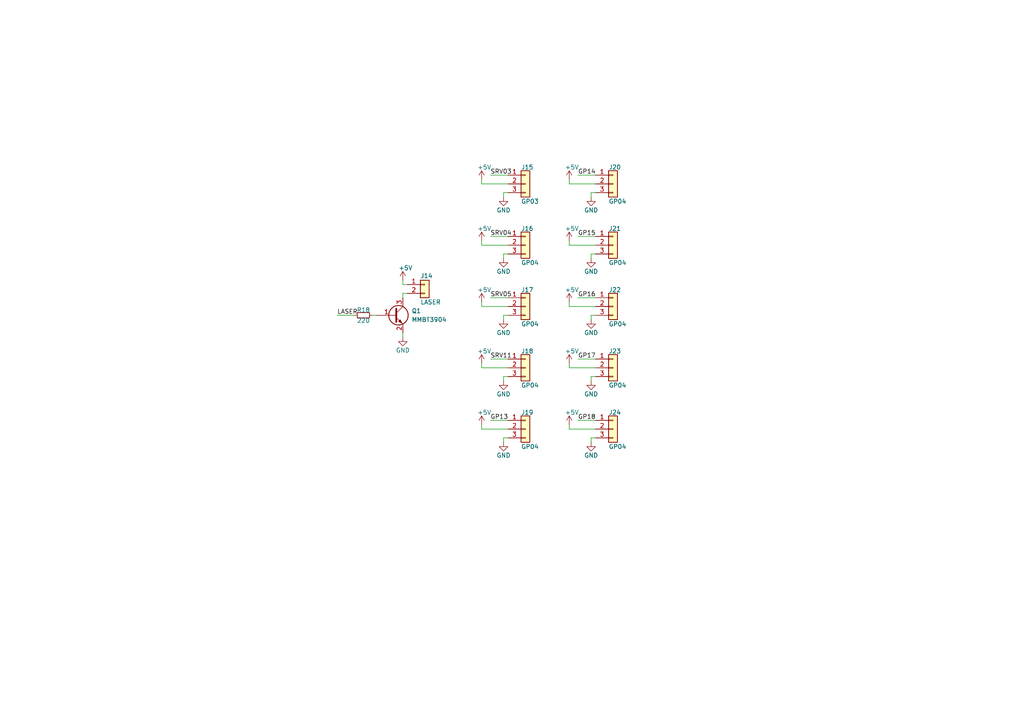
<source format=kicad_sch>
(kicad_sch (version 20231120) (generator "eeschema") (generator_version "8.0")
  (paper "A4")
  (title_block (title "Archi Bot") (date "2024-06-24") (rev "1.0"))
  (lib_symbols
    (symbol "Connector_Generic:Conn_01x02" (pin_names (offset 1.016) hide)
      (property "Reference" "J" (at 0 2.54 0))
      (property "Value" "Conn_01x02" (at 0 -5.08 0))
      (symbol "Conn_01x02_1_1"
        (rectangle (start -1.27 -2.413) (end 0 -2.667) (stroke (width 0.1524)))
        (rectangle (start -1.27 0.127) (end 0 -0.127) (stroke (width 0.1524)))
        (rectangle (start -1.27 1.27) (end 1.27 -3.81) (stroke (width 0.254)) (fill (type background)))
        (pin passive line (at -5.08 0 0) (length 3.81) (name "Pin_1") (number "1"))
        (pin passive line (at -5.08 -2.54 0) (length 3.81) (name "Pin_2") (number "2"))
      )
    )
    (symbol "Connector_Generic:Conn_01x03" (pin_names (offset 1.016) hide)
      (property "Reference" "J" (at 0 5.08 0))
      (property "Value" "Conn_01x03" (at 0 -5.08 0))
      (symbol "Conn_01x03_1_1"
        (rectangle (start -1.27 -2.413) (end 0 -2.667) (stroke (width 0.1524)))
        (rectangle (start -1.27 0.127) (end 0 -0.127) (stroke (width 0.1524)))
        (rectangle (start -1.27 2.667) (end 0 2.413) (stroke (width 0.1524)))
        (rectangle (start -1.27 3.81) (end 1.27 -3.81) (stroke (width 0.254)) (fill (type background)))
        (pin passive line (at -5.08 2.54 0) (length 3.81) (name "Pin_1") (number "1"))
        (pin passive line (at -5.08 0 0) (length 3.81) (name "Pin_2") (number "2"))
        (pin passive line (at -5.08 -2.54 0) (length 3.81) (name "Pin_3") (number "3"))
      )
    )
    (symbol "Device:R_Small" (pin_numbers hide) (pin_names (offset 0.254) hide)
      (property "Reference" "R" (at 0.762 0.508 0))
      (property "Value" "R_Small" (at 0.762 -1.016 0))
      (symbol "R_Small_0_1"
        (rectangle (start -0.762 1.778) (end 0.762 -1.778) (stroke (width 0.2032)))
      )
      (symbol "R_Small_1_1"
        (pin passive line (at 0 2.54 270) (length 0.762) (name "~") (number "1"))
        (pin passive line (at 0 -2.54 90) (length 0.762) (name "~") (number "2"))
      )
    )
    (symbol "Transistor_BJT:MMBT3904" (pin_names (offset 0) hide)
      (property "Reference" "Q" (at 5.08 1.905 0))
      (property "Value" "MMBT3904" (at 5.08 0 0))
      (symbol "MMBT3904_0_1"
        (polyline (pts (xy 0.635 0.635) (xy 2.54 2.54)))
        (polyline (pts (xy 0.635 -0.635) (xy 2.54 -2.54) (xy 2.54 -2.54)))
        (polyline (pts (xy 0.635 1.905) (xy 0.635 -1.905) (xy 0.635 -1.905)) (stroke (width 0.508)))
        (polyline (pts (xy 1.27 -1.778) (xy 1.778 -1.27) (xy 2.286 -2.286) (xy 1.27 -1.778) (xy 1.27 -1.778)) (fill (type outline)))
        (circle (center 1.27 0) (radius 2.8194) (stroke (width 0.254)))
      )
      (symbol "MMBT3904_1_1"
        (pin input line (at -5.08 0 0) (length 5.715) (name "B") (number "1"))
        (pin passive line (at 2.54 -5.08 90) (length 2.54) (name "E") (number "2"))
        (pin passive line (at 2.54 5.08 270) (length 2.54) (name "C") (number "3"))
      )
    )
    (symbol "power:+5V" (power) (pin_names (offset 0))
      (property "Value" "+5V" (at 0 3.556 0))
      (symbol "+5V_0_1"
        (polyline (pts (xy -0.762 1.27) (xy 0 2.54)))
        (polyline (pts (xy 0 0) (xy 0 2.54)))
        (polyline (pts (xy 0 2.54) (xy 0.762 1.27)))
      )
      (symbol "+5V_1_1"
        (pin power_in line (at 0 0 90) (length 0) hide (name "+5V") (number "1"))
      )
    )
    (symbol "power:GND" (power) (pin_names (offset 0))
      (property "Value" "GND" (at 0 -3.81 0))
      (symbol "GND_0_1"
        (polyline (pts (xy 0 0) (xy 0 -1.27) (xy 1.27 -1.27) (xy 0 -2.54) (xy -1.27 -1.27) (xy 0 -1.27)))
      )
      (symbol "GND_1_1"
        (pin power_in line (at 0 0 270) (length 0) hide (name "GND") (number "1"))
      )
    )
  )
  (wire (pts (xy 142.24 86.36) (xy 147.32 86.36)))
  (wire (pts (xy 147.32 109.22) (xy 146.05 109.22)))
  (wire (pts (xy 167.64 121.92) (xy 172.72 121.92)))
  (wire (pts (xy 165.1 124.46) (xy 165.1 123.19)))
  (wire (pts (xy 118.11 85.09) (xy 116.84 85.09)))
  (wire (pts (xy 171.45 55.88) (xy 171.45 57.15)))
  (wire (pts (xy 171.45 127) (xy 171.45 128.27)))
  (wire (pts (xy 139.7 124.46) (xy 139.7 123.19)))
  (wire (pts (xy 172.72 73.66) (xy 171.45 73.66)))
  (wire (pts (xy 118.11 82.55) (xy 116.84 82.55)))
  (wire (pts (xy 167.64 104.14) (xy 172.72 104.14)))
  (wire (pts (xy 139.7 88.9) (xy 139.7 87.63)))
  (wire (pts (xy 139.7 53.34) (xy 139.7 52.07)))
  (wire (pts (xy 165.1 88.9) (xy 165.1 87.63)))
  (wire (pts (xy 172.72 53.34) (xy 165.1 53.34)))
  (wire (pts (xy 147.32 124.46) (xy 139.7 124.46)))
  (wire (pts (xy 172.72 91.44) (xy 171.45 91.44)))
  (wire (pts (xy 171.45 109.22) (xy 171.45 110.49)))
  (wire (pts (xy 165.1 106.68) (xy 165.1 105.41)))
  (wire (pts (xy 147.32 88.9) (xy 139.7 88.9)))
  (wire (pts (xy 147.32 71.12) (xy 139.7 71.12)))
  (wire (pts (xy 172.72 55.88) (xy 171.45 55.88)))
  (wire (pts (xy 139.7 106.68) (xy 139.7 105.41)))
  (wire (pts (xy 142.24 68.58) (xy 147.32 68.58)))
  (wire (pts (xy 142.24 104.14) (xy 147.32 104.14)))
  (wire (pts (xy 167.64 86.36) (xy 172.72 86.36)))
  (wire (pts (xy 142.24 121.92) (xy 147.32 121.92)))
  (wire (pts (xy 172.72 127) (xy 171.45 127)))
  (wire (pts (xy 172.72 109.22) (xy 171.45 109.22)))
  (wire (pts (xy 146.05 109.22) (xy 146.05 110.49)))
  (wire (pts (xy 97.79 91.44) (xy 102.87 91.44)))
  (wire (pts (xy 116.84 85.09) (xy 116.84 86.36)))
  (wire (pts (xy 147.32 127) (xy 146.05 127)))
  (wire (pts (xy 139.7 71.12) (xy 139.7 69.85)))
  (wire (pts (xy 171.45 91.44) (xy 171.45 92.71)))
  (wire (pts (xy 165.1 71.12) (xy 165.1 69.85)))
  (wire (pts (xy 147.32 53.34) (xy 139.7 53.34)))
  (wire (pts (xy 116.84 82.55) (xy 116.84 81.28)))
  (wire (pts (xy 146.05 55.88) (xy 146.05 57.15)))
  (wire (pts (xy 165.1 53.34) (xy 165.1 52.07)))
  (wire (pts (xy 172.72 71.12) (xy 165.1 71.12)))
  (wire (pts (xy 172.72 106.68) (xy 165.1 106.68)))
  (wire (pts (xy 172.72 88.9) (xy 165.1 88.9)))
  (wire (pts (xy 147.32 106.68) (xy 139.7 106.68)))
  (wire (pts (xy 146.05 73.66) (xy 146.05 74.93)))
  (wire (pts (xy 147.32 73.66) (xy 146.05 73.66)))
  (wire (pts (xy 147.32 55.88) (xy 146.05 55.88)))
  (wire (pts (xy 116.84 96.52) (xy 116.84 97.79)))
  (wire (pts (xy 146.05 91.44) (xy 146.05 92.71)))
  (wire (pts (xy 147.32 91.44) (xy 146.05 91.44)))
  (wire (pts (xy 107.95 91.44) (xy 109.22 91.44)))
  (wire (pts (xy 167.64 68.58) (xy 172.72 68.58)))
  (wire (pts (xy 167.64 50.8) (xy 172.72 50.8)))
  (wire (pts (xy 171.45 73.66) (xy 171.45 74.93)))
  (wire (pts (xy 146.05 127) (xy 146.05 128.27)))
  (wire (pts (xy 172.72 124.46) (xy 165.1 124.46)))
  (wire (pts (xy 142.24 50.8) (xy 147.32 50.8)))
  (label "SRV11" (at 142.24 104.14 0))
  (label "SRV03" (at 142.24 50.8 0))
  (label "GP13" (at 142.24 121.92 0))
  (label "GP15" (at 167.64 68.58 0))
  (label "LASER" (at 97.79 91.44 0))
  (label "SRV04" (at 142.24 68.58 0))
  (label "SRV05" (at 142.24 86.36 0))
  (label "GP17" (at 167.64 104.14 0))
  (label "GP14" (at 167.64 50.8 0))
  (label "GP18" (at 167.64 121.92 0))
  (label "GP16" (at 167.64 86.36 0))
  (symbol (lib_id "power:+5V") (at 139.7 123.19 0) (unit 1)
    (property "Reference" "#PWR049" (effects (hide yes)))
    (property "Value" "+5V" (at 138.43 119.634 0) (effects (justify left)))
  )
  (symbol (lib_id "power:GND") (at 146.05 57.15 0) (unit 1)
    (property "Reference" "#PWR050" (effects (hide yes)))
    (property "Value" "GND" (at 146.05 60.96 0))
  )
  (symbol (lib_id "power:GND") (at 146.05 128.27 0) (unit 1)
    (property "Reference" "#PWR054" (effects (hide yes)))
    (property "Value" "GND" (at 146.05 132.08 0))
  )
  (symbol (lib_id "power:GND") (at 146.05 92.71 0) (unit 1)
    (property "Reference" "#PWR052" (effects (hide yes)))
    (property "Value" "GND" (at 146.05 96.52 0))
  )
  (symbol (lib_id "power:+5V") (at 139.7 87.63 0) (unit 1)
    (property "Reference" "#PWR047" (effects (hide yes)))
    (property "Value" "+5V" (at 138.43 84.074 0) (effects (justify left)))
  )
  (symbol (lib_id "Connector_Generic:Conn_01x03") (at 152.4 53.34 0) (unit 1)
    (property "Reference" "J15" (at 151.13 48.514 0) (effects (justify left)))
    (property "Value" "GP03" (at 151.13 58.42 0) (effects (justify left)))
    (property "Footprint" "Connector_PinHeader_1.27mm:PinHeader_1x03_P1.27mm_Vertical" (effects (hide yes)))
    (property "Description" "Generic connector, single row, 01x03, script generated (kicad-library-utils/schlib/autogen/connector/)" (effects (hide yes)))
  )
  (symbol (lib_id "power:+5V") (at 139.7 105.41 0) (unit 1)
    (property "Reference" "#PWR048" (effects (hide yes)))
    (property "Value" "+5V" (at 138.43 101.854 0) (effects (justify left)))
  )
  (symbol (lib_id "power:+5V") (at 165.1 87.63 0) (unit 1)
    (property "Reference" "#PWR057" (effects (hide yes)))
    (property "Value" "+5V" (at 163.83 84.074 0) (effects (justify left)))
  )
  (symbol (lib_id "Connector_Generic:Conn_01x03") (at 152.4 71.12 0) (unit 1)
    (property "Reference" "J16" (at 151.13 66.294 0) (effects (justify left)))
    (property "Value" "GP04" (at 151.13 76.2 0) (effects (justify left)))
    (property "Footprint" "Connector_PinHeader_1.27mm:PinHeader_1x03_P1.27mm_Vertical" (effects (hide yes)))
    (property "Description" "Generic connector, single row, 01x03, script generated (kicad-library-utils/schlib/autogen/connector/)" (effects (hide yes)))
  )
  (symbol (lib_id "Connector_Generic:Conn_01x03") (at 177.8 124.46 0) (unit 1)
    (property "Reference" "J24" (at 176.53 119.634 0) (effects (justify left)))
    (property "Value" "GP04" (at 176.53 129.54 0) (effects (justify left)))
    (property "Footprint" "Connector_PinHeader_1.27mm:PinHeader_1x03_P1.27mm_Vertical" (effects (hide yes)))
    (property "Description" "Generic connector, single row, 01x03, script generated (kicad-library-utils/schlib/autogen/connector/)" (effects (hide yes)))
  )
  (symbol (lib_id "power:GND") (at 116.84 97.79 0) (unit 1)
    (property "Reference" "#PWR044" (effects (hide yes)))
    (property "Value" "GND" (at 116.84 101.6 0))
  )
  (symbol (lib_id "power:GND") (at 171.45 57.15 0) (unit 1)
    (property "Reference" "#PWR060" (effects (hide yes)))
    (property "Value" "GND" (at 171.45 60.96 0))
  )
  (symbol (lib_id "power:GND") (at 171.45 74.93 0) (unit 1)
    (property "Reference" "#PWR061" (effects (hide yes)))
    (property "Value" "GND" (at 171.45 78.74 0))
  )
  (symbol (lib_id "power:GND") (at 171.45 128.27 0) (unit 1)
    (property "Reference" "#PWR064" (effects (hide yes)))
    (property "Value" "GND" (at 171.45 132.08 0))
  )
  (symbol (lib_id "power:GND") (at 146.05 110.49 0) (unit 1)
    (property "Reference" "#PWR053" (effects (hide yes)))
    (property "Value" "GND" (at 146.05 114.3 0))
  )
  (symbol (lib_id "power:GND") (at 146.05 74.93 0) (unit 1)
    (property "Reference" "#PWR051" (effects (hide yes)))
    (property "Value" "GND" (at 146.05 78.74 0))
  )
  (symbol (lib_id "power:+5V") (at 139.7 69.85 0) (unit 1)
    (property "Reference" "#PWR046" (effects (hide yes)))
    (property "Value" "+5V" (at 138.43 66.294 0) (effects (justify left)))
  )
  (symbol (lib_id "power:GND") (at 171.45 110.49 0) (unit 1)
    (property "Reference" "#PWR063" (effects (hide yes)))
    (property "Value" "GND" (at 171.45 114.3 0))
  )
  (symbol (lib_id "Device:R_Small") (at 105.41 91.44 90) (unit 1)
    (property "Reference" "R18" (at 105.41 89.916 90))
    (property "Value" "220" (at 105.41 92.964 90))
    (property "Footprint" "Resistor_SMD:R_0603_1608Metric_Pad0.98x0.95mm_HandSolder" (effects (hide yes)))
    (property "Description" "Resistor, small symbol" (effects (hide yes)))
  )
  (symbol (lib_id "power:+5V") (at 165.1 52.07 0) (unit 1)
    (property "Reference" "#PWR055" (effects (hide yes)))
    (property "Value" "+5V" (at 163.83 48.514 0) (effects (justify left)))
  )
  (symbol (lib_id "Connector_Generic:Conn_01x03") (at 177.8 53.34 0) (unit 1)
    (property "Reference" "J20" (at 176.53 48.514 0) (effects (justify left)))
    (property "Value" "GP04" (at 176.53 58.42 0) (effects (justify left)))
    (property "Footprint" "Connector_PinHeader_1.27mm:PinHeader_1x03_P1.27mm_Vertical" (effects (hide yes)))
    (property "Description" "Generic connector, single row, 01x03, script generated (kicad-library-utils/schlib/autogen/connector/)" (effects (hide yes)))
  )
  (symbol (lib_id "Connector_Generic:Conn_01x03") (at 177.8 106.68 0) (unit 1)
    (property "Reference" "J23" (at 176.53 101.854 0) (effects (justify left)))
    (property "Value" "GP04" (at 176.53 111.76 0) (effects (justify left)))
    (property "Footprint" "Connector_PinHeader_1.27mm:PinHeader_1x03_P1.27mm_Vertical" (effects (hide yes)))
    (property "Description" "Generic connector, single row, 01x03, script generated (kicad-library-utils/schlib/autogen/connector/)" (effects (hide yes)))
  )
  (symbol (lib_id "power:GND") (at 171.45 92.71 0) (unit 1)
    (property "Reference" "#PWR062" (effects (hide yes)))
    (property "Value" "GND" (at 171.45 96.52 0))
  )
  (symbol (lib_id "power:+5V") (at 165.1 123.19 0) (unit 1)
    (property "Reference" "#PWR059" (effects (hide yes)))
    (property "Value" "+5V" (at 163.83 119.634 0) (effects (justify left)))
  )
  (symbol (lib_id "Connector_Generic:Conn_01x03") (at 177.8 71.12 0) (unit 1)
    (property "Reference" "J21" (at 176.53 66.294 0) (effects (justify left)))
    (property "Value" "GP04" (at 176.53 76.2 0) (effects (justify left)))
    (property "Footprint" "Connector_PinHeader_1.27mm:PinHeader_1x03_P1.27mm_Vertical" (effects (hide yes)))
    (property "Description" "Generic connector, single row, 01x03, script generated (kicad-library-utils/schlib/autogen/connector/)" (effects (hide yes)))
  )
  (symbol (lib_id "Connector_Generic:Conn_01x03") (at 177.8 88.9 0) (unit 1)
    (property "Reference" "J22" (at 176.53 84.074 0) (effects (justify left)))
    (property "Value" "GP04" (at 176.53 93.98 0) (effects (justify left)))
    (property "Footprint" "Connector_PinHeader_1.27mm:PinHeader_1x03_P1.27mm_Vertical" (effects (hide yes)))
    (property "Description" "Generic connector, single row, 01x03, script generated (kicad-library-utils/schlib/autogen/connector/)" (effects (hide yes)))
  )
  (symbol (lib_id "power:+5V") (at 139.7 52.07 0) (unit 1)
    (property "Reference" "#PWR045" (effects (hide yes)))
    (property "Value" "+5V" (at 138.43 48.514 0) (effects (justify left)))
  )
  (symbol (lib_id "Transistor_BJT:MMBT3904") (at 114.3 91.44 0) (unit 1)
    (property "Reference" "Q1" (at 119.38 90.1699 0) (effects (justify left)))
    (property "Value" "MMBT3904" (at 119.38 92.7099 0) (effects (justify left)))
    (property "Footprint" "Package_TO_SOT_SMD:SOT-23-3" (effects (hide yes)))
    (property "Datasheet" "https://www.onsemi.cn/pdf/datasheet/mmbt3904lt1-d.pdf" (effects (hide yes)))
  )
  (symbol (lib_id "Connector_Generic:Conn_01x03") (at 152.4 106.68 0) (unit 1)
    (property "Reference" "J18" (at 151.13 101.854 0) (effects (justify left)))
    (property "Value" "GP04" (at 151.13 111.76 0) (effects (justify left)))
    (property "Footprint" "Connector_PinHeader_1.27mm:PinHeader_1x03_P1.27mm_Vertical" (effects (hide yes)))
    (property "Description" "Generic connector, single row, 01x03, script generated (kicad-library-utils/schlib/autogen/connector/)" (effects (hide yes)))
  )
  (symbol (lib_id "power:+5V") (at 116.84 81.28 0) (unit 1)
    (property "Reference" "#PWR043" (effects (hide yes)))
    (property "Value" "+5V" (at 115.57 77.724 0) (effects (justify left)))
  )
  (symbol (lib_id "power:+5V") (at 165.1 69.85 0) (unit 1)
    (property "Reference" "#PWR056" (effects (hide yes)))
    (property "Value" "+5V" (at 163.83 66.294 0) (effects (justify left)))
  )
  (symbol (lib_id "power:+5V") (at 165.1 105.41 0) (unit 1)
    (property "Reference" "#PWR058" (effects (hide yes)))
    (property "Value" "+5V" (at 163.83 101.854 0) (effects (justify left)))
  )
  (symbol (lib_id "Connector_Generic:Conn_01x03") (at 152.4 124.46 0) (unit 1)
    (property "Reference" "J19" (at 151.13 119.634 0) (effects (justify left)))
    (property "Value" "GP04" (at 151.13 129.54 0) (effects (justify left)))
    (property "Footprint" "Connector_PinHeader_1.27mm:PinHeader_1x03_P1.27mm_Vertical" (effects (hide yes)))
    (property "Description" "Generic connector, single row, 01x03, script generated (kicad-library-utils/schlib/autogen/connector/)" (effects (hide yes)))
  )
  (symbol (lib_id "Connector_Generic:Conn_01x02") (at 123.19 82.55 0) (unit 1)
    (property "Reference" "J14" (at 121.92 80.01 0) (effects (justify left)))
    (property "Value" "LASER" (at 121.92 87.63 0) (effects (justify left)))
    (property "Footprint" "Connector_PinHeader_1.27mm:PinHeader_1x02_P1.27mm_Vertical" (effects (hide yes)))
    (property "Description" "Generic connector, single row, 01x02, script generated (kicad-library-utils/schlib/autogen/connector/)" (effects (hide yes)))
  )
  (symbol (lib_id "Connector_Generic:Conn_01x03") (at 152.4 88.9 0) (unit 1)
    (property "Reference" "J17" (at 151.13 84.074 0) (effects (justify left)))
    (property "Value" "GP04" (at 151.13 93.98 0) (effects (justify left)))
    (property "Footprint" "Connector_PinHeader_1.27mm:PinHeader_1x03_P1.27mm_Vertical" (effects (hide yes)))
    (property "Description" "Generic connector, single row, 01x03, script generated (kicad-library-utils/schlib/autogen/connector/)" (effects (hide yes)))
  )
)
</source>
